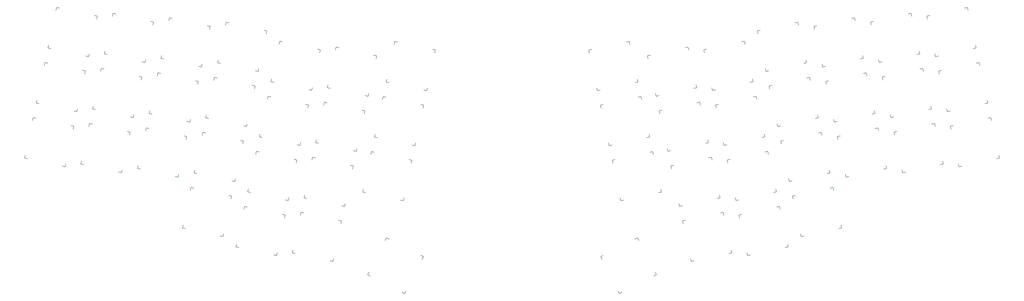
<source format=gbr>
%TF.GenerationSoftware,KiCad,Pcbnew,7.0.2*%
%TF.CreationDate,2024-09-11T18:36:25+10:00*%
%TF.ProjectId,keyboard,6b657962-6f61-4726-942e-6b696361645f,v1.0.0*%
%TF.SameCoordinates,Original*%
%TF.FileFunction,Legend,Top*%
%TF.FilePolarity,Positive*%
%FSLAX46Y46*%
G04 Gerber Fmt 4.6, Leading zero omitted, Abs format (unit mm)*
G04 Created by KiCad (PCBNEW 7.0.2) date 2024-09-11 18:36:25*
%MOMM*%
%LPD*%
G01*
G04 APERTURE LIST*
%ADD10C,0.150000*%
G04 APERTURE END LIST*
D10*
%TO.C,SW41*%
X307283198Y-153570787D02*
X307075286Y-152592640D01*
X309986050Y-166286706D02*
X309778138Y-165308558D01*
X309986050Y-166286706D02*
X310964197Y-166078794D01*
X308053434Y-152384728D02*
X307075286Y-152592640D01*
X322701968Y-163583854D02*
X323680116Y-163375942D01*
X320769352Y-149681876D02*
X319791205Y-149889788D01*
X320769352Y-149681876D02*
X320977264Y-150660024D01*
X323472204Y-162397795D02*
X323680116Y-163375942D01*
%TO.C,SW38*%
X295432231Y-97816374D02*
X295224319Y-96838227D01*
X298135083Y-110532293D02*
X297927171Y-109554145D01*
X298135083Y-110532293D02*
X299113230Y-110324381D01*
X296202467Y-96630315D02*
X295224319Y-96838227D01*
X310851001Y-107829441D02*
X311829149Y-107621529D01*
X308918385Y-93927463D02*
X307940238Y-94135375D01*
X308918385Y-93927463D02*
X309126297Y-94905611D01*
X311621237Y-106643382D02*
X311829149Y-107621529D01*
%TO.C,SW47*%
X341542043Y-131976076D02*
X341334131Y-130997929D01*
X344244895Y-144691995D02*
X344036983Y-143713847D01*
X344244895Y-144691995D02*
X345223042Y-144484083D01*
X342312279Y-130790017D02*
X341334131Y-130997929D01*
X356960813Y-141989143D02*
X357938961Y-141781231D01*
X355028197Y-128087165D02*
X354050050Y-128295077D01*
X355028197Y-128087165D02*
X355236109Y-129065313D01*
X357731049Y-140803084D02*
X357938961Y-141781231D01*
%TO.C,SW50*%
X360542671Y-129982049D02*
X360334759Y-129003902D01*
X363245523Y-142697968D02*
X363037611Y-141719820D01*
X363245523Y-142697968D02*
X364223670Y-142490056D01*
X361312907Y-128795990D02*
X360334759Y-129003902D01*
X375961441Y-139995116D02*
X376939589Y-139787204D01*
X374028825Y-126093138D02*
X373050678Y-126301050D01*
X374028825Y-126093138D02*
X374236737Y-127071286D01*
X376731677Y-138809057D02*
X376939589Y-139787204D01*
%TO.C,SW49*%
X356592348Y-111397245D02*
X356384436Y-110419098D01*
X359295200Y-124113164D02*
X359087288Y-123135016D01*
X359295200Y-124113164D02*
X360273347Y-123905252D01*
X357362584Y-110211186D02*
X356384436Y-110419098D01*
X372011118Y-121410312D02*
X372989266Y-121202400D01*
X370078502Y-107508334D02*
X369100355Y-107716246D01*
X370078502Y-107508334D02*
X370286414Y-108486482D01*
X372781354Y-120224253D02*
X372989266Y-121202400D01*
%TO.C,SW26*%
X169653498Y-167584154D02*
X170107489Y-166693148D01*
X163751622Y-179167239D02*
X164205612Y-178276233D01*
X163751622Y-179167239D02*
X164642628Y-179621230D01*
X170998495Y-167147138D02*
X170107489Y-166693148D01*
X175334707Y-185069116D02*
X176225713Y-185523106D01*
X182581580Y-173049015D02*
X181690574Y-172595024D01*
X182581580Y-173049015D02*
X182127590Y-173940021D01*
X176679704Y-184632100D02*
X176225713Y-185523106D01*
%TO.C,SW32*%
X266267222Y-143375701D02*
X266059310Y-142397554D01*
X268970074Y-156091620D02*
X268762162Y-155113472D01*
X268970074Y-156091620D02*
X269948221Y-155883708D01*
X267037458Y-142189642D02*
X266059310Y-142397554D01*
X281685992Y-153388768D02*
X282664140Y-153180856D01*
X279753376Y-139486790D02*
X278775229Y-139694702D01*
X279753376Y-139486790D02*
X279961288Y-140464938D01*
X282456228Y-152202709D02*
X282664140Y-153180856D01*
%TO.C,SW1*%
X238534304Y-104287528D02*
X238326392Y-103309381D01*
X241237156Y-117003447D02*
X241029244Y-116025299D01*
X241237156Y-117003447D02*
X242215303Y-116795535D01*
X239304540Y-103101469D02*
X238326392Y-103309381D01*
X253953074Y-114300595D02*
X254931222Y-114092683D01*
X252020458Y-100398617D02*
X251042311Y-100606529D01*
X252020458Y-100398617D02*
X252228370Y-101376765D01*
X254723310Y-113114536D02*
X254931222Y-114092683D01*
%TO.C,SW16*%
X129910568Y-119886106D02*
X130118480Y-118907958D01*
X127207716Y-132602024D02*
X127415628Y-131623877D01*
X127207716Y-132602024D02*
X128185864Y-132809936D01*
X131096627Y-119115870D02*
X130118480Y-118907958D01*
X139923635Y-135304876D02*
X140901782Y-135512788D01*
X143812546Y-121818722D02*
X142834398Y-121610810D01*
X143812546Y-121818722D02*
X143604634Y-122796869D01*
X141109694Y-134534640D02*
X140901782Y-135512788D01*
%TO.C,SW6*%
X73636376Y-110480509D02*
X73844288Y-109502361D01*
X70933524Y-123196427D02*
X71141436Y-122218280D01*
X70933524Y-123196427D02*
X71911672Y-123404339D01*
X74822435Y-109710273D02*
X73844288Y-109502361D01*
X83649443Y-125899279D02*
X84627590Y-126107191D01*
X87538354Y-112413125D02*
X86560206Y-112205213D01*
X87538354Y-112413125D02*
X87330442Y-113391272D01*
X84835502Y-125129043D02*
X84627590Y-126107191D01*
%TO.C,SW15*%
X133860890Y-101301302D02*
X134068802Y-100323154D01*
X131158038Y-114017220D02*
X131365950Y-113039073D01*
X131158038Y-114017220D02*
X132136186Y-114225132D01*
X135046949Y-100531066D02*
X134068802Y-100323154D01*
X143873957Y-116720072D02*
X144852104Y-116927984D01*
X147762868Y-103233918D02*
X146784720Y-103026006D01*
X147762868Y-103233918D02*
X147554956Y-104212065D01*
X145060016Y-115949836D02*
X144852104Y-116927984D01*
%TO.C,SW8*%
X96691282Y-93400658D02*
X96899194Y-92422510D01*
X93988430Y-106116576D02*
X94196342Y-105138429D01*
X93988430Y-106116576D02*
X94966578Y-106324488D01*
X97877341Y-92630422D02*
X96899194Y-92422510D01*
X106704349Y-108819428D02*
X107682496Y-109027340D01*
X110593260Y-95333274D02*
X109615112Y-95125362D01*
X110593260Y-95333274D02*
X110385348Y-96311421D01*
X107890408Y-108049192D02*
X107682496Y-109027340D01*
%TO.C,SW45*%
X333641398Y-94806468D02*
X333433486Y-93828321D01*
X336344250Y-107522387D02*
X336136338Y-106544239D01*
X336344250Y-107522387D02*
X337322397Y-107314475D01*
X334411634Y-93620409D02*
X333433486Y-93828321D01*
X349060168Y-104819535D02*
X350038316Y-104611623D01*
X347127552Y-90917557D02*
X346149405Y-91125469D01*
X347127552Y-90917557D02*
X347335464Y-91895705D01*
X349830404Y-103633476D02*
X350038316Y-104611623D01*
%TO.C,SW42*%
X314536815Y-96311421D02*
X314328903Y-95333274D01*
X317239667Y-109027340D02*
X317031755Y-108049192D01*
X317239667Y-109027340D02*
X318217814Y-108819428D01*
X315307051Y-95125362D02*
X314328903Y-95333274D01*
X329955585Y-106324488D02*
X330933733Y-106116576D01*
X328022969Y-92422510D02*
X327044822Y-92630422D01*
X328022969Y-92422510D02*
X328230881Y-93400658D01*
X330725821Y-105138429D02*
X330933733Y-106116576D01*
%TO.C,SW4*%
X50685426Y-127071286D02*
X50893338Y-126093138D01*
X47982574Y-139787204D02*
X48190486Y-138809057D01*
X47982574Y-139787204D02*
X48960722Y-139995116D01*
X51871485Y-126301050D02*
X50893338Y-126093138D01*
X60698493Y-142490056D02*
X61676640Y-142697968D01*
X64587404Y-129003902D02*
X63609256Y-128795990D01*
X64587404Y-129003902D02*
X64379492Y-129982049D01*
X61884552Y-141719820D02*
X61676640Y-142697968D01*
%TO.C,SW13*%
X107895221Y-132075220D02*
X108103133Y-131097072D01*
X105192369Y-144791138D02*
X105400281Y-143812991D01*
X105192369Y-144791138D02*
X106170517Y-144999050D01*
X109081280Y-131304984D02*
X108103133Y-131097072D01*
X117908288Y-147493990D02*
X118886435Y-147701902D01*
X121797199Y-134007836D02*
X120819051Y-133799924D01*
X121797199Y-134007836D02*
X121589287Y-134985983D01*
X119094347Y-146723754D02*
X118886435Y-147701902D01*
%TO.C,SW2*%
X58586070Y-89901678D02*
X58793982Y-88923530D01*
X55883218Y-102617596D02*
X56091130Y-101639449D01*
X55883218Y-102617596D02*
X56861366Y-102825508D01*
X59772129Y-89131442D02*
X58793982Y-88923530D01*
X68599137Y-105320448D02*
X69577284Y-105528360D01*
X72488048Y-91834294D02*
X71509900Y-91626382D01*
X72488048Y-91834294D02*
X72280136Y-92812441D01*
X69785196Y-104550212D02*
X69577284Y-105528360D01*
%TO.C,SW22*%
X141010552Y-159049742D02*
X141218464Y-158071594D01*
X138307700Y-171765660D02*
X138515612Y-170787513D01*
X138307700Y-171765660D02*
X139285848Y-171973572D01*
X142196611Y-158279506D02*
X141218464Y-158071594D01*
X151023619Y-174468512D02*
X152001766Y-174676424D01*
X154912530Y-160982358D02*
X153934382Y-160774446D01*
X154912530Y-160982358D02*
X154704618Y-161960505D01*
X152209678Y-173698276D02*
X152001766Y-174676424D01*
%TO.C,SW25*%
X164793149Y-138546374D02*
X165001061Y-137568226D01*
X162090297Y-151262292D02*
X162298209Y-150284145D01*
X162090297Y-151262292D02*
X163068445Y-151470204D01*
X165979208Y-137776138D02*
X165001061Y-137568226D01*
X174806216Y-153965144D02*
X175784363Y-154173056D01*
X178695127Y-140478990D02*
X177716979Y-140271078D01*
X178695127Y-140478990D02*
X178487215Y-141457137D01*
X175992275Y-153194908D02*
X175784363Y-154173056D01*
%TO.C,SW36*%
X285267850Y-141381674D02*
X285059938Y-140403527D01*
X287970702Y-154097593D02*
X287762790Y-153119445D01*
X287970702Y-154097593D02*
X288948849Y-153889681D01*
X286038086Y-140195615D02*
X285059938Y-140403527D01*
X300686620Y-151394741D02*
X301664768Y-151186829D01*
X298754004Y-137492763D02*
X297775857Y-137700675D01*
X298754004Y-137492763D02*
X298961916Y-138470911D01*
X301456856Y-150208682D02*
X301664768Y-151186829D01*
%TO.C,SW24*%
X168743471Y-119961570D02*
X168951383Y-118983422D01*
X166040619Y-132677488D02*
X166248531Y-131699341D01*
X166040619Y-132677488D02*
X167018767Y-132885400D01*
X169929530Y-119191334D02*
X168951383Y-118983422D01*
X178756538Y-135380340D02*
X179734685Y-135588252D01*
X182645449Y-121894186D02*
X181667301Y-121686274D01*
X182645449Y-121894186D02*
X182437537Y-122872333D01*
X179942597Y-134610104D02*
X179734685Y-135588252D01*
%TO.C,SW20*%
X148911196Y-121880133D02*
X149119108Y-120901985D01*
X146208344Y-134596051D02*
X146416256Y-133617904D01*
X146208344Y-134596051D02*
X147186492Y-134803963D01*
X150097255Y-121109897D02*
X149119108Y-120901985D01*
X158924263Y-137298903D02*
X159902410Y-137506815D01*
X162813174Y-123812749D02*
X161835026Y-123604837D01*
X162813174Y-123812749D02*
X162605262Y-124790896D01*
X160110322Y-136528667D02*
X159902410Y-137506815D01*
%TO.C,SW11*%
X115795865Y-94905611D02*
X116003777Y-93927463D01*
X113093013Y-107621529D02*
X113300925Y-106643382D01*
X113093013Y-107621529D02*
X114071161Y-107829441D01*
X116981924Y-94135375D02*
X116003777Y-93927463D01*
X125808932Y-110324381D02*
X126787079Y-110532293D01*
X129697843Y-96838227D02*
X128719695Y-96630315D01*
X129697843Y-96838227D02*
X129489931Y-97816374D01*
X126994991Y-109554145D02*
X126787079Y-110532293D01*
%TO.C,SW46*%
X337591721Y-113391272D02*
X337383809Y-112413125D01*
X340294573Y-126107191D02*
X340086661Y-125129043D01*
X340294573Y-126107191D02*
X341272720Y-125899279D01*
X338361957Y-112205213D02*
X337383809Y-112413125D01*
X353010491Y-123404339D02*
X353988639Y-123196427D01*
X351077875Y-109502361D02*
X350099728Y-109710273D01*
X351077875Y-109502361D02*
X351285787Y-110480509D01*
X353780727Y-122218280D02*
X353988639Y-123196427D01*
%TO.C,SW14*%
X103944899Y-150660024D02*
X104152811Y-149681876D01*
X101242047Y-163375942D02*
X101449959Y-162397795D01*
X101242047Y-163375942D02*
X102220195Y-163583854D01*
X105130958Y-149889788D02*
X104152811Y-149681876D01*
X113957966Y-166078794D02*
X114936113Y-166286706D01*
X117846877Y-152592640D02*
X116868729Y-152384728D01*
X117846877Y-152592640D02*
X117638965Y-153570787D01*
X115144025Y-165308558D02*
X114936113Y-166286706D01*
%TO.C,SW27*%
X242484626Y-122872333D02*
X242276714Y-121894186D01*
X245187478Y-135588252D02*
X244979566Y-134610104D01*
X245187478Y-135588252D02*
X246165625Y-135380340D01*
X243254862Y-121686274D02*
X242276714Y-121894186D01*
X257903396Y-132885400D02*
X258881544Y-132677488D01*
X255970780Y-118983422D02*
X254992633Y-119191334D01*
X255970780Y-118983422D02*
X256178692Y-119961570D01*
X258673632Y-131699341D02*
X258881544Y-132677488D01*
%TO.C,SW37*%
X289218172Y-159966478D02*
X289010260Y-158988331D01*
X291921024Y-172682397D02*
X291713112Y-171704249D01*
X291921024Y-172682397D02*
X292899171Y-172474485D01*
X289988408Y-158780419D02*
X289010260Y-158988331D01*
X304636942Y-169979545D02*
X305615090Y-169771633D01*
X302704326Y-156077567D02*
X301726179Y-156285479D01*
X302704326Y-156077567D02*
X302912238Y-157055715D01*
X305407178Y-168793486D02*
X305615090Y-169771633D01*
%TO.C,SW18*%
X122009924Y-157055715D02*
X122217836Y-156077567D01*
X119307072Y-169771633D02*
X119514984Y-168793486D01*
X119307072Y-169771633D02*
X120285220Y-169979545D01*
X123195983Y-156285479D02*
X122217836Y-156077567D01*
X132022991Y-172474485D02*
X133001138Y-172682397D01*
X135911902Y-158988331D02*
X134933754Y-158780419D01*
X135911902Y-158988331D02*
X135703990Y-159966478D01*
X133209050Y-171704249D02*
X133001138Y-172682397D01*
%TO.C,SW28*%
X246434948Y-141457137D02*
X246227036Y-140478990D01*
X249137800Y-154173056D02*
X248929888Y-153194908D01*
X249137800Y-154173056D02*
X250115947Y-153965144D01*
X247205184Y-140271078D02*
X246227036Y-140478990D01*
X261853718Y-151470204D02*
X262831866Y-151262292D01*
X259921102Y-137568226D02*
X258942955Y-137776138D01*
X259921102Y-137568226D02*
X260129014Y-138546374D01*
X262623954Y-150284145D02*
X262831866Y-151262292D01*
%TO.C,SW39*%
X299382553Y-116401178D02*
X299174641Y-115423031D01*
X302085405Y-129117097D02*
X301877493Y-128138949D01*
X302085405Y-129117097D02*
X303063552Y-128909185D01*
X300152789Y-115215119D02*
X299174641Y-115423031D01*
X314801323Y-126414245D02*
X315779471Y-126206333D01*
X312868707Y-112512267D02*
X311890560Y-112720179D01*
X312868707Y-112512267D02*
X313076619Y-113490415D01*
X315571559Y-125228186D02*
X315779471Y-126206333D01*
%TO.C,SW23*%
X172693793Y-101376765D02*
X172901705Y-100398617D01*
X169990941Y-114092683D02*
X170198853Y-113114536D01*
X169990941Y-114092683D02*
X170969089Y-114300595D01*
X173879852Y-100606529D02*
X172901705Y-100398617D01*
X182706860Y-116795535D02*
X183685007Y-117003447D01*
X186595771Y-103309381D02*
X185617623Y-103101469D01*
X186595771Y-103309381D02*
X186387859Y-104287528D01*
X183892919Y-116025299D02*
X183685007Y-117003447D01*
%TO.C,SW12*%
X111845543Y-113490415D02*
X112053455Y-112512267D01*
X109142691Y-126206333D02*
X109350603Y-125228186D01*
X109142691Y-126206333D02*
X110120839Y-126414245D01*
X113031602Y-112720179D02*
X112053455Y-112512267D01*
X121858610Y-128909185D02*
X122836757Y-129117097D01*
X125747521Y-115423031D02*
X124769373Y-115215119D01*
X125747521Y-115423031D02*
X125539609Y-116401178D01*
X123044669Y-128138949D02*
X122836757Y-129117097D01*
%TO.C,SW48*%
X352642026Y-92812441D02*
X352434114Y-91834294D01*
X355344878Y-105528360D02*
X355136966Y-104550212D01*
X355344878Y-105528360D02*
X356323025Y-105320448D01*
X353412262Y-91626382D02*
X352434114Y-91834294D01*
X368060796Y-102825508D02*
X369038944Y-102617596D01*
X366128180Y-88923530D02*
X365150033Y-89131442D01*
X366128180Y-88923530D02*
X366336092Y-89901678D01*
X368831032Y-101639449D02*
X369038944Y-102617596D01*
%TO.C,SW29*%
X242794572Y-173940021D02*
X242340582Y-173049015D01*
X248696449Y-185523106D02*
X248242458Y-184632100D01*
X248696449Y-185523106D02*
X249587455Y-185069116D01*
X243231588Y-172595024D02*
X242340582Y-173049015D01*
X260279534Y-179621230D02*
X261170540Y-179167239D01*
X254814673Y-166693148D02*
X253923667Y-167147138D01*
X254814673Y-166693148D02*
X255268664Y-167584154D01*
X260716550Y-178276233D02*
X261170540Y-179167239D01*
%TO.C,SW31*%
X262316900Y-124790896D02*
X262108988Y-123812749D01*
X265019752Y-137506815D02*
X264811840Y-136528667D01*
X265019752Y-137506815D02*
X265997899Y-137298903D01*
X263087136Y-123604837D02*
X262108988Y-123812749D01*
X277735670Y-134803963D02*
X278713818Y-134596051D01*
X275803054Y-120901985D02*
X274824907Y-121109897D01*
X275803054Y-120901985D02*
X276010966Y-121880133D01*
X278505906Y-133617904D02*
X278713818Y-134596051D01*
%TO.C,SW44*%
X322437459Y-133481029D02*
X322229547Y-132502882D01*
X325140311Y-146196948D02*
X324932399Y-145218800D01*
X325140311Y-146196948D02*
X326118458Y-145989036D01*
X323207695Y-132294970D02*
X322229547Y-132502882D01*
X337856229Y-143494096D02*
X338834377Y-143286184D01*
X335923613Y-129592118D02*
X334945466Y-129800030D01*
X335923613Y-129592118D02*
X336131525Y-130570266D01*
X338626465Y-142308037D02*
X338834377Y-143286184D01*
%TO.C,SW5*%
X77586698Y-91895705D02*
X77794610Y-90917557D01*
X74883846Y-104611623D02*
X75091758Y-103633476D01*
X74883846Y-104611623D02*
X75861994Y-104819535D01*
X78772757Y-91125469D02*
X77794610Y-90917557D01*
X87599765Y-107314475D02*
X88577912Y-107522387D01*
X91488676Y-93828321D02*
X90510528Y-93620409D01*
X91488676Y-93828321D02*
X91280764Y-94806468D01*
X88785824Y-106544239D02*
X88577912Y-107522387D01*
%TO.C,SW3*%
X54635748Y-108486482D02*
X54843660Y-107508334D01*
X51932896Y-121202400D02*
X52140808Y-120224253D01*
X51932896Y-121202400D02*
X52911044Y-121410312D01*
X55821807Y-107716246D02*
X54843660Y-107508334D01*
X64648815Y-123905252D02*
X65626962Y-124113164D01*
X68537726Y-110419098D02*
X67559578Y-110211186D01*
X68537726Y-110419098D02*
X68329814Y-111397245D01*
X65834874Y-123135016D02*
X65626962Y-124113164D01*
%TO.C,SW35*%
X281317528Y-122796869D02*
X281109616Y-121818722D01*
X284020380Y-135512788D02*
X283812468Y-134534640D01*
X284020380Y-135512788D02*
X284998527Y-135304876D01*
X282087764Y-121610810D02*
X281109616Y-121818722D01*
X296736298Y-132809936D02*
X297714446Y-132602024D01*
X294803682Y-118907958D02*
X293825535Y-119115870D01*
X294803682Y-118907958D02*
X295011594Y-119886106D01*
X297506534Y-131623877D02*
X297714446Y-132602024D01*
%TO.C,SW43*%
X318487137Y-114896225D02*
X318279225Y-113918078D01*
X321189989Y-127612144D02*
X320982077Y-126633996D01*
X321189989Y-127612144D02*
X322168136Y-127404232D01*
X319257373Y-113710166D02*
X318279225Y-113918078D01*
X333905907Y-124909292D02*
X334884055Y-124701380D01*
X331973291Y-111007314D02*
X330995144Y-111215226D01*
X331973291Y-111007314D02*
X332181203Y-111985462D01*
X334676143Y-123723233D02*
X334884055Y-124701380D01*
%TO.C,SW7*%
X69686054Y-129065313D02*
X69893966Y-128087165D01*
X66983202Y-141781231D02*
X67191114Y-140803084D01*
X66983202Y-141781231D02*
X67961350Y-141989143D01*
X70872113Y-128295077D02*
X69893966Y-128087165D01*
X79699121Y-144484083D02*
X80677268Y-144691995D01*
X83588032Y-130997929D02*
X82609884Y-130790017D01*
X83588032Y-130997929D02*
X83380120Y-131976076D01*
X80885180Y-143713847D02*
X80677268Y-144691995D01*
%TO.C,SW40*%
X303332875Y-134985983D02*
X303124963Y-134007836D01*
X306035727Y-147701902D02*
X305827815Y-146723754D01*
X306035727Y-147701902D02*
X307013874Y-147493990D01*
X304103111Y-133799924D02*
X303124963Y-134007836D01*
X318751645Y-144999050D02*
X319729793Y-144791138D01*
X316819029Y-131097072D02*
X315840882Y-131304984D01*
X316819029Y-131097072D02*
X317026941Y-132075220D01*
X319521881Y-143812991D02*
X319729793Y-144791138D01*
%TO.C,SW21*%
X144960874Y-140464938D02*
X145168786Y-139486790D01*
X142258022Y-153180856D02*
X142465934Y-152202709D01*
X142258022Y-153180856D02*
X143236170Y-153388768D01*
X146146933Y-139694702D02*
X145168786Y-139486790D01*
X154973941Y-155883708D02*
X155952088Y-156091620D01*
X158862852Y-142397554D02*
X157884704Y-142189642D01*
X158862852Y-142397554D02*
X158654940Y-143375701D01*
X156160000Y-155113472D02*
X155952088Y-156091620D01*
%TO.C,SW10*%
X88790637Y-130570266D02*
X88998549Y-129592118D01*
X86087785Y-143286184D02*
X86295697Y-142308037D01*
X86087785Y-143286184D02*
X87065933Y-143494096D01*
X89976696Y-129800030D02*
X88998549Y-129592118D01*
X98803704Y-145989036D02*
X99781851Y-146196948D01*
X102692615Y-132502882D02*
X101714467Y-132294970D01*
X102692615Y-132502882D02*
X102484703Y-133481029D01*
X99989763Y-145218800D02*
X99781851Y-146196948D01*
%TO.C,SW34*%
X277367206Y-104212065D02*
X277159294Y-103233918D01*
X280070058Y-116927984D02*
X279862146Y-115949836D01*
X280070058Y-116927984D02*
X281048205Y-116720072D01*
X278137442Y-103026006D02*
X277159294Y-103233918D01*
X292785976Y-114225132D02*
X293764124Y-114017220D01*
X290853360Y-100323154D02*
X289875213Y-100531066D01*
X290853360Y-100323154D02*
X291061272Y-101301302D01*
X293556212Y-113039073D02*
X293764124Y-114017220D01*
%TO.C,SW33*%
X270217545Y-161960505D02*
X270009633Y-160982358D01*
X272920397Y-174676424D02*
X272712485Y-173698276D01*
X272920397Y-174676424D02*
X273898544Y-174468512D01*
X270987781Y-160774446D02*
X270009633Y-160982358D01*
X285636315Y-171973572D02*
X286614463Y-171765660D01*
X283703699Y-158071594D02*
X282725552Y-158279506D01*
X283703699Y-158071594D02*
X283911611Y-159049742D01*
X286406551Y-170787513D02*
X286614463Y-171765660D01*
%TO.C,SW30*%
X258366578Y-106206092D02*
X258158666Y-105227945D01*
X261069430Y-118922011D02*
X260861518Y-117943863D01*
X261069430Y-118922011D02*
X262047577Y-118714099D01*
X259136814Y-105020033D02*
X258158666Y-105227945D01*
X273785348Y-116219159D02*
X274763496Y-116011247D01*
X271852732Y-102317181D02*
X270874585Y-102525093D01*
X271852732Y-102317181D02*
X272060644Y-103295329D01*
X274555584Y-115033100D02*
X274763496Y-116011247D01*
%TO.C,SW17*%
X125960246Y-138470911D02*
X126168158Y-137492763D01*
X123257394Y-151186829D02*
X123465306Y-150208682D01*
X123257394Y-151186829D02*
X124235542Y-151394741D01*
X127146305Y-137700675D02*
X126168158Y-137492763D01*
X135973313Y-153889681D02*
X136951460Y-154097593D01*
X139862224Y-140403527D02*
X138884076Y-140195615D01*
X139862224Y-140403527D02*
X139654312Y-141381674D01*
X137159372Y-153119445D02*
X136951460Y-154097593D01*
%TO.C,SW9*%
X92740960Y-111985462D02*
X92948872Y-111007314D01*
X90038108Y-124701380D02*
X90246020Y-123723233D01*
X90038108Y-124701380D02*
X91016256Y-124909292D01*
X93927019Y-111215226D02*
X92948872Y-111007314D01*
X102754027Y-127404232D02*
X103732174Y-127612144D01*
X106642938Y-113918078D02*
X105664790Y-113710166D01*
X106642938Y-113918078D02*
X106435026Y-114896225D01*
X103940086Y-126633996D02*
X103732174Y-127612144D01*
%TO.C,SW19*%
X152861518Y-103295329D02*
X153069430Y-102317181D01*
X150158666Y-116011247D02*
X150366578Y-115033100D01*
X150158666Y-116011247D02*
X151136814Y-116219159D01*
X154047577Y-102525093D02*
X153069430Y-102317181D01*
X162874585Y-118714099D02*
X163852732Y-118922011D01*
X166763496Y-105227945D02*
X165785348Y-105020033D01*
X166763496Y-105227945D02*
X166555584Y-106206092D01*
X164060644Y-117943863D02*
X163852732Y-118922011D01*
%TD*%
M02*

</source>
